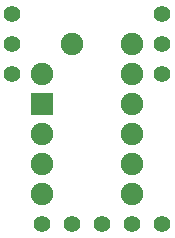
<source format=gbl>
G04 MADE WITH FRITZING*
G04 WWW.FRITZING.ORG*
G04 DOUBLE SIDED*
G04 HOLES PLATED*
G04 CONTOUR ON CENTER OF CONTOUR VECTOR*
%ASAXBY*%
%FSLAX23Y23*%
%MOIN*%
%OFA0B0*%
%SFA1.0B1.0*%
%ADD10C,0.075000*%
%ADD11C,0.055118*%
%ADD12R,0.075000X0.075000*%
%LNCOPPER0*%
G90*
G70*
G54D10*
X163Y457D03*
X463Y457D03*
X163Y357D03*
X463Y357D03*
X163Y257D03*
X463Y257D03*
X163Y157D03*
X463Y157D03*
X163Y557D03*
X463Y557D03*
X263Y657D03*
X463Y657D03*
G54D11*
X563Y57D03*
X463Y57D03*
X363Y57D03*
X263Y57D03*
X163Y57D03*
X563Y757D03*
X63Y757D03*
X563Y657D03*
X63Y657D03*
X563Y557D03*
X63Y557D03*
G54D12*
X163Y457D03*
G04 End of Copper0*
M02*
</source>
